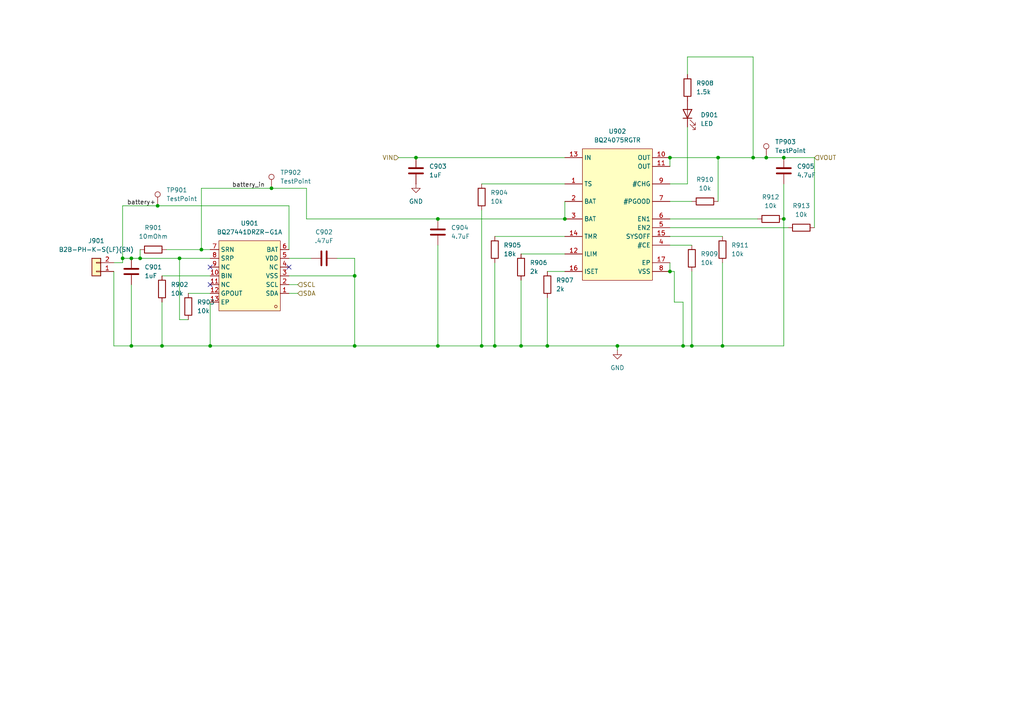
<source format=kicad_sch>
(kicad_sch (version 20231120) (generator "eeschema") (generator_version "8.0")
  (paper "A4")
  (lib_symbols
    (symbol "Connector:TestPoint" (pin_numbers hide) (pin_names (offset 0.762) hide)
      (property "Reference" "TP" (at 0 6.858 0))
      (property "Value" "TestPoint" (at 0 5.08 0))
      (symbol "TestPoint_0_1"
        (circle (center 0 3.302) (radius 0.762))
      )
      (symbol "TestPoint_1_1"
        (pin passive line (at 0 0 90) (length 2.54) (name "1") (number "1"))
      )
    )
    (symbol "Connector_Generic:Conn_01x02" (pin_names (offset 1.016) hide)
      (property "Reference" "J" (at 0 2.54 0))
      (property "Value" "Conn_01x02" (at 0 -5.08 0))
      (symbol "Conn_01x02_1_1"
        (rectangle (start -1.27 -2.413) (end 0 -2.667) (stroke (width 0.1524)))
        (rectangle (start -1.27 0.127) (end 0 -0.127) (stroke (width 0.1524)))
        (rectangle (start -1.27 1.27) (end 1.27 -3.81) (stroke (width 0.254)) (fill (type background)))
        (pin passive line (at -5.08 0 0) (length 3.81) (name "Pin_1") (number "1"))
        (pin passive line (at -5.08 -2.54 0) (length 3.81) (name "Pin_2") (number "2"))
      )
    )
    (symbol "Device:C" (pin_numbers hide) (pin_names (offset 0.254))
      (property "Reference" "C" (at 0.635 2.54 0))
      (property "Value" "C" (at 0.635 -2.54 0))
      (symbol "C_0_1"
        (polyline (pts (xy -2.032 -0.762) (xy 2.032 -0.762)) (stroke (width 0.508)))
        (polyline (pts (xy -2.032 0.762) (xy 2.032 0.762)) (stroke (width 0.508)))
      )
      (symbol "C_1_1"
        (pin passive line (at 0 3.81 270) (length 2.794) (name "~") (number "1"))
        (pin passive line (at 0 -3.81 90) (length 2.794) (name "~") (number "2"))
      )
    )
    (symbol "Device:LED" (pin_numbers hide) (pin_names (offset 1.016) hide)
      (property "Reference" "D" (at 0 2.54 0))
      (property "Value" "LED" (at 0 -2.54 0))
      (symbol "LED_0_1"
        (polyline (pts (xy -1.27 -1.27) (xy -1.27 1.27)) (stroke (width 0.254)))
        (polyline (pts (xy -1.27 0) (xy 1.27 0)))
        (polyline (pts (xy 1.27 -1.27) (xy 1.27 1.27) (xy -1.27 0) (xy 1.27 -1.27)) (stroke (width 0.254)))
        (polyline (pts (xy -3.048 -0.762) (xy -4.572 -2.286) (xy -3.81 -2.286) (xy -4.572 -2.286) (xy -4.572 -1.524)))
        (polyline (pts (xy -1.778 -0.762) (xy -3.302 -2.286) (xy -2.54 -2.286) (xy -3.302 -2.286) (xy -3.302 -1.524)))
      )
      (symbol "LED_1_1"
        (pin passive line (at -3.81 0 0) (length 2.54) (name "K") (number "1"))
        (pin passive line (at 3.81 0 180) (length 2.54) (name "A") (number "2"))
      )
    )
    (symbol "Device:R" (pin_numbers hide) (pin_names (offset 0))
      (property "Reference" "R" (at 2.032 0 90))
      (property "Value" "R" (at 0 0 90))
      (symbol "R_0_1"
        (rectangle (start -1.016 -2.54) (end 1.016 2.54) (stroke (width 0.254)))
      )
      (symbol "R_1_1"
        (pin passive line (at 0 3.81 270) (length 1.27) (name "~") (number "1"))
        (pin passive line (at 0 -3.81 90) (length 1.27) (name "~") (number "2"))
      )
    )
    (symbol "easyeda2kicad:BQ24075RGTR"
      (property "Reference" "U" (at 0 21.59 0))
      (property "Value" "BQ24075RGTR" (at 0 -21.59 0))
      (symbol "BQ24075RGTR_0_1"
        (rectangle (start -10.16 19.05) (end 10.16 -19.05) (fill (type background)))
        (pin unspecified line (at -15.24 8.89 0) (length 5.08) (name "TS") (number "1"))
        (pin power_in line (at 15.24 16.51 180) (length 5.08) (name "OUT") (number "10"))
        (pin power_in line (at 15.24 13.97 180) (length 5.08) (name "OUT") (number "11"))
        (pin unspecified line (at -15.24 -11.43 0) (length 5.08) (name "ILIM") (number "12"))
        (pin power_in line (at -15.24 16.51 0) (length 5.08) (name "IN") (number "13"))
        (pin unspecified line (at -15.24 -6.35 0) (length 5.08) (name "TMR") (number "14"))
        (pin unspecified line (at 15.24 -6.35 180) (length 5.08) (name "SYSOFF") (number "15"))
        (pin bidirectional line (at -15.24 -16.51 0) (length 5.08) (name "ISET") (number "16"))
        (pin power_in line (at 15.24 -13.97 180) (length 5.08) (name "EP") (number "17"))
        (pin power_in line (at -15.24 3.81 0) (length 5.08) (name "BAT") (number "2"))
        (pin power_in line (at -15.24 -1.27 0) (length 5.08) (name "BAT") (number "3"))
        (pin unspecified line (at 15.24 -8.89 180) (length 5.08) (name "#CE") (number "4"))
        (pin unspecified line (at 15.24 -3.81 180) (length 5.08) (name "EN2") (number "5"))
        (pin unspecified line (at 15.24 -1.27 180) (length 5.08) (name "EN1") (number "6"))
        (pin unspecified line (at 15.24 3.81 180) (length 5.08) (name "#PGOOD") (number "7"))
        (pin power_in line (at 15.24 -16.51 180) (length 5.08) (name "VSS") (number "8"))
        (pin unspecified line (at 15.24 8.89 180) (length 5.08) (name "#CHG") (number "9"))
      )
    )
    (symbol "easyeda2kicad:BQ27441DRZR-G1A"
      (property "Reference" "U" (at 0 12.7 0))
      (property "Value" "BQ27441DRZR-G1A" (at 0 -12.7 0))
      (symbol "BQ27441DRZR-G1A_0_1"
        (rectangle (start -8.89 10.16) (end 8.89 -10.16) (fill (type background)))
        (circle (center -7.62 8.89) (radius 0.38))
        (pin unspecified line (at -11.43 5.08 0) (length 2.54) (name "SDA") (number "1"))
        (pin unspecified line (at 11.43 0 180) (length 2.54) (name "BIN") (number "10"))
        (pin unspecified line (at 11.43 2.54 180) (length 2.54) (name "NC") (number "11"))
        (pin unspecified line (at 11.43 5.08 180) (length 2.54) (name "GPOUT") (number "12"))
        (pin unspecified line (at 11.43 7.62 180) (length 2.54) (name "EP") (number "13"))
        (pin unspecified line (at -11.43 2.54 0) (length 2.54) (name "SCL") (number "2"))
        (pin unspecified line (at -11.43 0 0) (length 2.54) (name "VSS") (number "3"))
        (pin unspecified line (at -11.43 -2.54 0) (length 2.54) (name "NC") (number "4"))
        (pin unspecified line (at -11.43 -5.08 0) (length 2.54) (name "VDD") (number "5"))
        (pin unspecified line (at -11.43 -7.62 0) (length 2.54) (name "BAT") (number "6"))
        (pin unspecified line (at 11.43 -7.62 180) (length 2.54) (name "SRN") (number "7"))
        (pin unspecified line (at 11.43 -5.08 180) (length 2.54) (name "SRP") (number "8"))
        (pin unspecified line (at 11.43 -2.54 180) (length 2.54) (name "NC") (number "9"))
      )
    )
    (symbol "power:GND" (power) (pin_numbers hide) (pin_names (offset 0) hide)
      (property "Value" "GND" (at 0 -3.81 0))
      (symbol "GND_0_1"
        (polyline (pts (xy 0 0) (xy 0 -1.27) (xy 1.27 -1.27) (xy 0 -2.54) (xy -1.27 -1.27) (xy 0 -1.27)))
      )
      (symbol "GND_1_1"
        (pin power_in line (at 0 0 270) (length 0) (name "~") (number "1"))
      )
    )
  )
  (junction (at 198.12 100.33))
  (junction (at 52.07 74.93))
  (junction (at 158.75 100.33))
  (junction (at 35.56 74.93))
  (junction (at 46.99 100.33))
  (junction (at 227.33 45.72))
  (junction (at 209.55 100.33))
  (junction (at 102.87 100.33))
  (junction (at 163.83 63.5))
  (junction (at 120.65 45.72))
  (junction (at 218.44 45.72))
  (junction (at 200.66 100.33))
  (junction (at 127 100.33))
  (junction (at 58.42 72.39))
  (junction (at 143.51 100.33))
  (junction (at 38.1 74.93))
  (junction (at 194.31 45.72))
  (junction (at 78.74 54.61))
  (junction (at 38.1 100.33))
  (junction (at 227.33 63.5))
  (junction (at 151.13 100.33))
  (junction (at 139.7 100.33))
  (junction (at 45.72 59.69))
  (junction (at 127 63.5))
  (junction (at 194.31 78.74))
  (junction (at 222.25 45.72))
  (junction (at 179.07 100.33))
  (junction (at 102.87 80.01))
  (junction (at 208.28 45.72))
  (junction (at 40.64 74.93))
  (junction (at 60.96 100.33))
  (no_connect (at 60.96 77.47))
  (no_connect (at 60.96 82.55))
  (no_connect (at 83.82 77.47))
  (wire (pts (xy 194.31 58.42) (xy 200.66 58.42)))
  (wire (pts (xy 46.99 80.01) (xy 60.96 80.01)))
  (wire (pts (xy 38.1 82.55) (xy 38.1 100.33)))
  (wire (pts (xy 151.13 81.28) (xy 151.13 100.33)))
  (wire (pts (xy 158.75 86.36) (xy 158.75 100.33)))
  (wire (pts (xy 179.07 100.33) (xy 179.07 101.6)))
  (wire (pts (xy 200.66 78.74) (xy 200.66 100.33)))
  (wire (pts (xy 198.12 87.63) (xy 198.12 100.33)))
  (wire (pts (xy 209.55 76.2) (xy 209.55 100.33)))
  (wire (pts (xy 88.9 54.61) (xy 88.9 63.5)))
  (wire (pts (xy 60.96 87.63) (xy 60.96 100.33)))
  (wire (pts (xy 198.12 100.33) (xy 179.07 100.33)))
  (wire (pts (xy 58.42 72.39) (xy 58.42 54.61)))
  (wire (pts (xy 35.56 74.93) (xy 38.1 74.93)))
  (wire (pts (xy 208.28 45.72) (xy 218.44 45.72)))
  (wire (pts (xy 198.12 100.33) (xy 200.66 100.33)))
  (wire (pts (xy 52.07 92.71) (xy 52.07 74.93)))
  (wire (pts (xy 35.56 59.69) (xy 35.56 74.93)))
  (wire (pts (xy 227.33 53.34) (xy 227.33 63.5)))
  (wire (pts (xy 199.39 16.51) (xy 218.44 16.51)))
  (wire (pts (xy 58.42 72.39) (xy 60.96 72.39)))
  (wire (pts (xy 38.1 74.93) (xy 40.64 74.93)))
  (wire (pts (xy 209.55 100.33) (xy 227.33 100.33)))
  (wire (pts (xy 33.02 100.33) (xy 38.1 100.33)))
  (wire (pts (xy 139.7 60.96) (xy 139.7 100.33)))
  (wire (pts (xy 40.64 72.39) (xy 40.64 74.93)))
  (wire (pts (xy 139.7 100.33) (xy 127 100.33)))
  (wire (pts (xy 194.31 68.58) (xy 209.55 68.58)))
  (wire (pts (xy 199.39 21.59) (xy 199.39 16.51)))
  (wire (pts (xy 194.31 66.04) (xy 228.6 66.04)))
  (wire (pts (xy 86.36 82.55) (xy 83.82 82.55)))
  (wire (pts (xy 54.61 92.71) (xy 52.07 92.71)))
  (wire (pts (xy 35.56 76.2) (xy 35.56 74.93)))
  (wire (pts (xy 236.22 45.72) (xy 236.22 66.04)))
  (wire (pts (xy 86.36 85.09) (xy 83.82 85.09)))
  (wire (pts (xy 33.02 78.74) (xy 33.02 100.33)))
  (wire (pts (xy 139.7 53.34) (xy 163.83 53.34)))
  (wire (pts (xy 115.57 45.72) (xy 120.65 45.72)))
  (wire (pts (xy 195.58 87.63) (xy 195.58 78.74)))
  (wire (pts (xy 194.31 45.72) (xy 194.31 48.26)))
  (wire (pts (xy 227.33 63.5) (xy 227.33 100.33)))
  (wire (pts (xy 127 71.12) (xy 127 100.33)))
  (wire (pts (xy 143.51 68.58) (xy 163.83 68.58)))
  (wire (pts (xy 158.75 100.33) (xy 151.13 100.33)))
  (wire (pts (xy 227.33 45.72) (xy 236.22 45.72)))
  (wire (pts (xy 46.99 100.33) (xy 60.96 100.33)))
  (wire (pts (xy 60.96 100.33) (xy 102.87 100.33)))
  (wire (pts (xy 83.82 80.01) (xy 102.87 80.01)))
  (wire (pts (xy 102.87 74.93) (xy 102.87 80.01)))
  (wire (pts (xy 33.02 76.2) (xy 35.56 76.2)))
  (wire (pts (xy 83.82 74.93) (xy 90.17 74.93)))
  (wire (pts (xy 194.31 63.5) (xy 219.71 63.5)))
  (wire (pts (xy 102.87 100.33) (xy 127 100.33)))
  (wire (pts (xy 52.07 74.93) (xy 60.96 74.93)))
  (wire (pts (xy 158.75 78.74) (xy 163.83 78.74)))
  (wire (pts (xy 143.51 76.2) (xy 143.51 100.33)))
  (wire (pts (xy 38.1 100.33) (xy 46.99 100.33)))
  (wire (pts (xy 58.42 54.61) (xy 78.74 54.61)))
  (wire (pts (xy 102.87 74.93) (xy 97.79 74.93)))
  (wire (pts (xy 48.26 72.39) (xy 58.42 72.39)))
  (wire (pts (xy 222.25 45.72) (xy 227.33 45.72)))
  (wire (pts (xy 194.31 53.34) (xy 199.39 53.34)))
  (wire (pts (xy 127 63.5) (xy 163.83 63.5)))
  (wire (pts (xy 195.58 78.74) (xy 194.31 78.74)))
  (wire (pts (xy 40.64 74.93) (xy 52.07 74.93)))
  (wire (pts (xy 54.61 85.09) (xy 60.96 85.09)))
  (wire (pts (xy 151.13 100.33) (xy 143.51 100.33)))
  (wire (pts (xy 218.44 16.51) (xy 218.44 45.72)))
  (wire (pts (xy 46.99 87.63) (xy 46.99 100.33)))
  (wire (pts (xy 143.51 100.33) (xy 139.7 100.33)))
  (wire (pts (xy 88.9 63.5) (xy 127 63.5)))
  (wire (pts (xy 200.66 100.33) (xy 209.55 100.33)))
  (wire (pts (xy 163.83 58.42) (xy 163.83 63.5)))
  (wire (pts (xy 151.13 73.66) (xy 163.83 73.66)))
  (wire (pts (xy 194.31 76.2) (xy 194.31 78.74)))
  (wire (pts (xy 208.28 45.72) (xy 208.28 58.42)))
  (wire (pts (xy 45.72 59.69) (xy 35.56 59.69)))
  (wire (pts (xy 83.82 72.39) (xy 83.82 59.69)))
  (wire (pts (xy 198.12 87.63) (xy 195.58 87.63)))
  (wire (pts (xy 83.82 59.69) (xy 45.72 59.69)))
  (wire (pts (xy 218.44 45.72) (xy 222.25 45.72)))
  (wire (pts (xy 194.31 71.12) (xy 200.66 71.12)))
  (wire (pts (xy 199.39 53.34) (xy 199.39 36.83)))
  (wire (pts (xy 78.74 54.61) (xy 88.9 54.61)))
  (wire (pts (xy 194.31 45.72) (xy 208.28 45.72)))
  (wire (pts (xy 179.07 100.33) (xy 158.75 100.33)))
  (wire (pts (xy 120.65 45.72) (xy 163.83 45.72)))
  (wire (pts (xy 102.87 80.01) (xy 102.87 100.33)))
  (label "battery+" (at 36.83 59.69 0))
  (label "battery_in" (at 67.31 54.61 0))
  (hierarchical_label "SCL" (shape input) (at 86.36 82.55 0))
  (hierarchical_label "SDA" (shape input) (at 86.36 85.09 0))
  (hierarchical_label "VOUT" (shape input) (at 236.22 45.72 0))
  (hierarchical_label "VIN" (shape input) (at 115.57 45.72 180))
  (symbol (lib_id "Device:R") (at 143.51 72.39 0) (unit 1)
    (property "Reference" "R905" (at 146.05 71.1199 0) (effects (justify left)))
    (property "Value" "18k" (at 146.05 73.6599 0) (effects (justify left)))
    (property "Footprint" "Resistor_SMD:R_0603_1608Metric" (effects (hide yes)))
    (property "Description" "Resistor" (effects (hide yes)))
  )
  (symbol (lib_id "easyeda2kicad:BQ24075RGTR") (at 179.07 62.23 0) (unit 1)
    (property "Reference" "U902" (at 179.07 38.1 0))
    (property "Value" "BQ24075RGTR" (at 179.07 40.64 0))
    (property "Footprint" "easyeda2kicad:QFN-16_L3.0-W3.0-P0.50-TL-EP1.7" (effects (hide yes)))
    (property "Datasheet" "https://lcsc.com/product-detail/PMIC-Battery-Management_TI_BQ24075RGTR_BQ24075RGTR_C15464.html" (effects (hide yes)))
    (property "LCSC Part" "C15464" (effects (hide yes)))
  )
  (symbol (lib_id "Device:R") (at 204.47 58.42 90) (unit 1)
    (property "Reference" "R910" (at 204.47 52.07 90))
    (property "Value" "10k" (at 204.47 54.61 90))
    (property "Footprint" "Resistor_SMD:R_0603_1608Metric" (effects (hide yes)))
    (property "Description" "Resistor" (effects (hide yes)))
  )
  (symbol (lib_id "Connector:TestPoint") (at 45.72 59.69 0) (unit 1) (in_bom no)
    (property "Reference" "TP901" (at 48.26 55.1179 0) (effects (justify left)))
    (property "Value" "TestPoint" (at 48.26 57.6579 0) (effects (justify left)))
    (property "Footprint" "Connector_Pin:Pin_D1.0mm_L10.0mm" (effects (hide yes)))
    (property "Description" "test point" (effects (hide yes)))
  )
  (symbol (lib_id "power:GND") (at 179.07 101.6 0) (unit 1)
    (property "Reference" "#PWR0902" (effects (hide yes)))
    (property "Value" "GND" (at 179.07 106.68 0))
    (property "Description" "Power symbol creates a global label with name \"GND\" , ground" (effects (hide yes)))
  )
  (symbol (lib_id "Device:R") (at 199.39 25.4 180) (unit 1)
    (property "Reference" "R908" (at 201.93 24.1299 0) (effects (justify right)))
    (property "Value" "1.5k" (at 201.93 26.6699 0) (effects (justify right)))
    (property "Footprint" "Resistor_SMD:R_0603_1608Metric" (effects (hide yes)))
    (property "Description" "Resistor" (effects (hide yes)))
  )
  (symbol (lib_id "Device:R") (at 223.52 63.5 90) (unit 1)
    (property "Reference" "R912" (at 223.52 57.15 90))
    (property "Value" "10k" (at 223.52 59.69 90))
    (property "Footprint" "Resistor_SMD:R_0603_1608Metric" (effects (hide yes)))
    (property "Description" "Resistor" (effects (hide yes)))
  )
  (symbol (lib_id "Device:R") (at 139.7 57.15 180) (unit 1)
    (property "Reference" "R904" (at 142.24 55.8799 0) (effects (justify right)))
    (property "Value" "10k" (at 142.24 58.4199 0) (effects (justify right)))
    (property "Footprint" "Resistor_SMD:R_0603_1608Metric" (effects (hide yes)))
    (property "Description" "Resistor" (effects (hide yes)))
  )
  (symbol (lib_id "easyeda2kicad:BQ27441DRZR-G1A") (at 72.39 80.01 180) (unit 1)
    (property "Reference" "U901" (at 72.39 64.77 0))
    (property "Value" "BQ27441DRZR-G1A" (at 72.39 67.31 0))
    (property "Footprint" "easyeda2kicad:SON-12_L4.0-W2.5-P0.40-BL-EP" (effects (hide yes)))
    (property "Datasheet" "https://lcsc.com/product-detail/PMIC-Battery-Management_Texas-Instruments-Texas-Instruments-BQ27441DRZR-G1A_C473397.html" (effects (hide yes)))
    (property "LCSC Part" "C473397" (effects (hide yes)))
  )
  (symbol (lib_id "Device:C") (at 38.1 78.74 180) (unit 1)
    (property "Reference" "C901" (at 41.91 77.4699 0) (effects (justify right)))
    (property "Value" "1uF" (at 41.91 80.0099 0) (effects (justify right)))
    (property "Footprint" "Capacitor_SMD:C_0603_1608Metric" (effects (hide yes)))
    (property "Description" "Unpolarized capacitor" (effects (hide yes)))
  )
  (symbol (lib_id "Device:R") (at 200.66 74.93 180) (unit 1)
    (property "Reference" "R909" (at 203.2 73.6599 0) (effects (justify right)))
    (property "Value" "10k" (at 203.2 76.1999 0) (effects (justify right)))
    (property "Footprint" "Resistor_SMD:R_0603_1608Metric" (effects (hide yes)))
    (property "Description" "Resistor" (effects (hide yes)))
  )
  (symbol (lib_id "Device:R") (at 151.13 77.47 0) (unit 1)
    (property "Reference" "R906" (at 153.67 76.1999 0) (effects (justify left)))
    (property "Value" "2k" (at 153.67 78.7399 0) (effects (justify left)))
    (property "Footprint" "Resistor_SMD:R_0603_1608Metric" (effects (hide yes)))
    (property "Description" "Resistor" (effects (hide yes)))
  )
  (symbol (lib_id "Device:R") (at 46.99 83.82 180) (unit 1)
    (property "Reference" "R902" (at 49.53 82.5499 0) (effects (justify right)))
    (property "Value" "10k" (at 49.53 85.0899 0) (effects (justify right)))
    (property "Footprint" "Resistor_SMD:R_0603_1608Metric" (effects (hide yes)))
    (property "Description" "Resistor" (effects (hide yes)))
  )
  (symbol (lib_id "Connector_Generic:Conn_01x02") (at 27.94 78.74 180) (unit 1)
    (property "Reference" "J901" (at 27.94 69.85 0))
    (property "Value" "B2B-PH-K-S(LF)(SN)" (at 27.94 72.39 0))
    (property "Footprint" "Connector_JST:JST_PH_B2B-PH-K_1x02_P2.00mm_Vertical" (effects (hide yes)))
    (property "Description" "Generic connector, single row, 01x02, script generated (kicad-library-utils/schlib/autogen/connector/)" (effects (hide yes)))
  )
  (symbol (lib_id "Device:C") (at 227.33 49.53 0) (unit 1)
    (property "Reference" "C905" (at 231.14 48.2599 0) (effects (justify left)))
    (property "Value" "4.7uF" (at 231.14 50.7999 0) (effects (justify left)))
    (property "Footprint" "Capacitor_SMD:C_0603_1608Metric" (effects (hide yes)))
    (property "Description" "Unpolarized capacitor" (effects (hide yes)))
  )
  (symbol (lib_id "Device:R") (at 44.45 72.39 90) (unit 1)
    (property "Reference" "R901" (at 44.45 66.04 90))
    (property "Value" "10mOhm" (at 44.45 68.58 90))
    (property "Footprint" "Resistor_SMD:R_2512_6332Metric" (effects (hide yes)))
    (property "Description" "Resistor" (effects (hide yes)))
    (property "LCSC Part Number" "C5121115" (effects (hide yes)))
  )
  (symbol (lib_id "Device:R") (at 232.41 66.04 90) (unit 1)
    (property "Reference" "R913" (at 232.41 59.69 90))
    (property "Value" "10k" (at 232.41 62.23 90))
    (property "Footprint" "Resistor_SMD:R_0603_1608Metric" (effects (hide yes)))
    (property "Description" "Resistor" (effects (hide yes)))
  )
  (symbol (lib_id "Device:R") (at 54.61 88.9 180) (unit 1)
    (property "Reference" "R903" (at 57.15 87.6299 0) (effects (justify right)))
    (property "Value" "10k" (at 57.15 90.1699 0) (effects (justify right)))
    (property "Footprint" "Resistor_SMD:R_0603_1608Metric" (effects (hide yes)))
    (property "Description" "Resistor" (effects (hide yes)))
  )
  (symbol (lib_id "Connector:TestPoint") (at 78.74 54.61 0) (unit 1) (in_bom no)
    (property "Reference" "TP902" (at 81.28 50.0379 0) (effects (justify left)))
    (property "Value" "TestPoint" (at 81.28 52.5779 0) (effects (justify left)))
    (property "Footprint" "Connector_Pin:Pin_D1.0mm_L10.0mm" (effects (hide yes)))
    (property "Description" "test point" (effects (hide yes)))
  )
  (symbol (lib_id "Device:R") (at 158.75 82.55 0) (unit 1)
    (property "Reference" "R907" (at 161.29 81.2799 0) (effects (justify left)))
    (property "Value" "2k" (at 161.29 83.8199 0) (effects (justify left)))
    (property "Footprint" "Resistor_SMD:R_0603_1608Metric" (effects (hide yes)))
    (property "Description" "Resistor" (effects (hide yes)))
  )
  (symbol (lib_id "Device:C") (at 120.65 49.53 0) (unit 1)
    (property "Reference" "C903" (at 124.46 48.2599 0) (effects (justify left)))
    (property "Value" "1uF" (at 124.46 50.7999 0) (effects (justify left)))
    (property "Footprint" "Capacitor_SMD:C_0603_1608Metric" (effects (hide yes)))
    (property "Description" "Unpolarized capacitor" (effects (hide yes)))
  )
  (symbol (lib_id "Device:R") (at 209.55 72.39 180) (unit 1)
    (property "Reference" "R911" (at 212.09 71.1199 0) (effects (justify right)))
    (property "Value" "10k" (at 212.09 73.6599 0) (effects (justify right)))
    (property "Footprint" "Resistor_SMD:R_0603_1608Metric" (effects (hide yes)))
    (property "Description" "Resistor" (effects (hide yes)))
  )
  (symbol (lib_id "Device:LED") (at 199.39 33.02 90) (unit 1)
    (property "Reference" "D901" (at 203.2 33.3374 90) (effects (justify right)))
    (property "Value" "LED" (at 203.2 35.8774 90) (effects (justify right)))
    (property "Footprint" "LED_SMD:LED_0603_1608Metric" (effects (hide yes)))
    (property "Description" "Light emitting diode" (effects (hide yes)))
    (property "LCSC Part" "C2286" (effects (hide yes)))
  )
  (symbol (lib_id "power:GND") (at 120.65 53.34 0) (unit 1)
    (property "Reference" "#PWR0901" (effects (hide yes)))
    (property "Value" "GND" (at 120.65 58.42 0))
    (property "Description" "Power symbol creates a global label with name \"GND\" , ground" (effects (hide yes)))
  )
  (symbol (lib_id "Connector:TestPoint") (at 222.25 45.72 0) (unit 1) (in_bom no)
    (property "Reference" "TP903" (at 224.79 41.1479 0) (effects (justify left)))
    (property "Value" "TestPoint" (at 224.79 43.6879 0) (effects (justify left)))
    (property "Footprint" "Connector_Pin:Pin_D1.0mm_L10.0mm" (effects (hide yes)))
    (property "Description" "test point" (effects (hide yes)))
  )
  (symbol (lib_id "Device:C") (at 93.98 74.93 90) (unit 1)
    (property "Reference" "C902" (at 93.98 67.31 90))
    (property "Value" ".47uF" (at 93.98 69.85 90))
    (property "Footprint" "Capacitor_SMD:C_0603_1608Metric" (effects (hide yes)))
    (property "Description" "Unpolarized capacitor" (effects (hide yes)))
  )
  (symbol (lib_id "Device:C") (at 127 67.31 0) (unit 1)
    (property "Reference" "C904" (at 130.81 66.0399 0) (effects (justify left)))
    (property "Value" "4.7uF" (at 130.81 68.5799 0) (effects (justify left)))
    (property "Footprint" "Capacitor_SMD:C_0603_1608Metric" (effects (hide yes)))
    (property "Description" "Unpolarized capacitor" (effects (hide yes)))
  )
)
</source>
